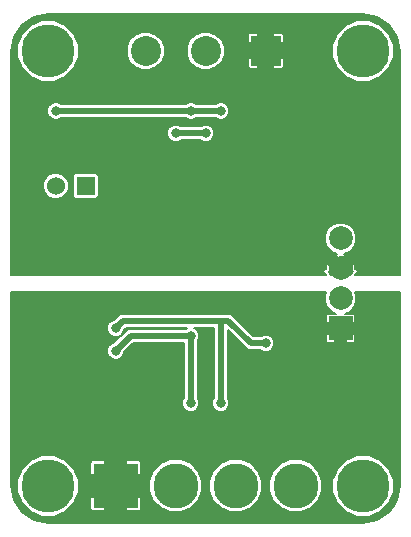
<source format=gbl>
G04 (created by PCBNEW (2013-may-18)-stable) date Tue 02 Jun 2015 12:26:30 PM CEST*
%MOIN*%
G04 Gerber Fmt 3.4, Leading zero omitted, Abs format*
%FSLAX34Y34*%
G01*
G70*
G90*
G04 APERTURE LIST*
%ADD10C,0.00590551*%
%ADD11R,0.06X0.06*%
%ADD12C,0.06*%
%ADD13C,0.15*%
%ADD14R,0.15X0.15*%
%ADD15R,0.1X0.1*%
%ADD16C,0.1*%
%ADD17C,0.177165*%
%ADD18R,0.0787402X0.0787402*%
%ADD19C,0.0787402*%
%ADD20C,0.0314961*%
%ADD21C,0.019685*%
%ADD22C,0.00669291*%
G04 APERTURE END LIST*
G54D10*
G54D11*
X12000Y-17500D03*
G54D12*
X11000Y-17500D03*
G54D13*
X15000Y-27500D03*
X17000Y-27500D03*
G54D14*
X13000Y-27500D03*
G54D13*
X19000Y-27500D03*
G54D15*
X18000Y-13000D03*
G54D16*
X16000Y-13000D03*
X14000Y-13000D03*
G54D17*
X21250Y-27500D03*
X10750Y-27500D03*
X21250Y-13000D03*
X10750Y-13000D03*
G54D18*
X20500Y-22250D03*
G54D19*
X20500Y-21250D03*
X20500Y-20250D03*
X20500Y-19250D03*
G54D20*
X11000Y-15000D03*
X15500Y-15000D03*
X16500Y-15000D03*
X16000Y-15750D03*
X15000Y-15750D03*
X18000Y-22750D03*
X13000Y-22250D03*
X16500Y-24750D03*
X13000Y-23000D03*
X15500Y-22500D03*
X15500Y-24750D03*
G54D21*
X15500Y-15000D02*
X11000Y-15000D01*
X16500Y-15000D02*
X15500Y-15000D01*
X15000Y-15750D02*
X16000Y-15750D01*
X16750Y-22000D02*
X17500Y-22750D01*
X16500Y-22000D02*
X16750Y-22000D01*
X18000Y-22750D02*
X17500Y-22750D01*
X13250Y-22000D02*
X16500Y-22000D01*
X13000Y-22250D02*
X13250Y-22000D01*
X16500Y-22000D02*
X16500Y-24750D01*
X13500Y-22500D02*
X13000Y-23000D01*
X15500Y-22500D02*
X13500Y-22500D01*
X15500Y-22500D02*
X15500Y-24750D01*
X15500Y-24750D02*
X15500Y-24750D01*
G54D10*
G36*
X22492Y-20466D02*
X22269Y-20466D01*
X22269Y-12798D01*
X22114Y-12423D01*
X21828Y-12136D01*
X21453Y-11980D01*
X21048Y-11980D01*
X20673Y-12135D01*
X20386Y-12421D01*
X20230Y-12796D01*
X20230Y-13201D01*
X20385Y-13576D01*
X20671Y-13863D01*
X21046Y-14019D01*
X21451Y-14019D01*
X21826Y-13864D01*
X22113Y-13578D01*
X22269Y-13203D01*
X22269Y-12798D01*
X22269Y-20466D01*
X21027Y-20466D01*
X20996Y-20466D01*
X20994Y-20466D01*
X20996Y-20464D01*
X21027Y-20434D01*
X21110Y-20351D01*
X21027Y-20267D01*
X21027Y-19145D01*
X20947Y-18951D01*
X20799Y-18803D01*
X20605Y-18722D01*
X20395Y-18722D01*
X20201Y-18802D01*
X20053Y-18950D01*
X19972Y-19144D01*
X19972Y-19354D01*
X20052Y-19548D01*
X20200Y-19696D01*
X20374Y-19768D01*
X20330Y-19802D01*
X20500Y-19971D01*
X20669Y-19802D01*
X20625Y-19768D01*
X20798Y-19697D01*
X20946Y-19549D01*
X21027Y-19355D01*
X21027Y-19145D01*
X21027Y-20267D01*
X21015Y-20255D01*
X20996Y-20273D01*
X20993Y-20277D01*
X20996Y-20166D01*
X20990Y-20136D01*
X20947Y-20080D01*
X20778Y-20250D01*
X20899Y-20371D01*
X20804Y-20466D01*
X20221Y-20466D01*
X20195Y-20466D01*
X20100Y-20371D01*
X20221Y-20250D01*
X20052Y-20080D01*
X20009Y-20136D01*
X20004Y-20275D01*
X19984Y-20255D01*
X19889Y-20351D01*
X20005Y-20466D01*
X18600Y-20466D01*
X18600Y-13480D01*
X18600Y-12519D01*
X18600Y-12479D01*
X18585Y-12443D01*
X18556Y-12414D01*
X18519Y-12399D01*
X18275Y-12399D01*
X18250Y-12424D01*
X18250Y-12750D01*
X18575Y-12750D01*
X18600Y-12724D01*
X18600Y-12519D01*
X18600Y-13480D01*
X18600Y-13275D01*
X18575Y-13250D01*
X18250Y-13250D01*
X18250Y-13575D01*
X18275Y-13600D01*
X18519Y-13600D01*
X18556Y-13585D01*
X18585Y-13556D01*
X18600Y-13520D01*
X18600Y-13480D01*
X18600Y-20466D01*
X17750Y-20466D01*
X17750Y-13575D01*
X17750Y-13250D01*
X17750Y-12750D01*
X17750Y-12424D01*
X17724Y-12399D01*
X17480Y-12399D01*
X17443Y-12414D01*
X17414Y-12443D01*
X17399Y-12479D01*
X17399Y-12519D01*
X17399Y-12724D01*
X17424Y-12750D01*
X17750Y-12750D01*
X17750Y-13250D01*
X17424Y-13250D01*
X17399Y-13275D01*
X17399Y-13480D01*
X17399Y-13520D01*
X17414Y-13556D01*
X17443Y-13585D01*
X17480Y-13600D01*
X17724Y-13600D01*
X17750Y-13575D01*
X17750Y-20466D01*
X16790Y-20466D01*
X16790Y-14942D01*
X16746Y-14835D01*
X16665Y-14753D01*
X16633Y-14740D01*
X16633Y-12874D01*
X16537Y-12641D01*
X16359Y-12463D01*
X16126Y-12366D01*
X15874Y-12366D01*
X15641Y-12462D01*
X15463Y-12640D01*
X15366Y-12873D01*
X15366Y-13125D01*
X15462Y-13358D01*
X15640Y-13536D01*
X15873Y-13633D01*
X16125Y-13633D01*
X16358Y-13537D01*
X16536Y-13359D01*
X16633Y-13126D01*
X16633Y-12874D01*
X16633Y-14740D01*
X16558Y-14709D01*
X16442Y-14709D01*
X16335Y-14753D01*
X16320Y-14768D01*
X15679Y-14768D01*
X15665Y-14753D01*
X15558Y-14709D01*
X15442Y-14709D01*
X15335Y-14753D01*
X15320Y-14768D01*
X14633Y-14768D01*
X14633Y-12874D01*
X14537Y-12641D01*
X14359Y-12463D01*
X14126Y-12366D01*
X13874Y-12366D01*
X13641Y-12462D01*
X13463Y-12640D01*
X13366Y-12873D01*
X13366Y-13125D01*
X13462Y-13358D01*
X13640Y-13536D01*
X13873Y-13633D01*
X14125Y-13633D01*
X14358Y-13537D01*
X14536Y-13359D01*
X14633Y-13126D01*
X14633Y-12874D01*
X14633Y-14768D01*
X11769Y-14768D01*
X11769Y-12798D01*
X11614Y-12423D01*
X11328Y-12136D01*
X10953Y-11980D01*
X10548Y-11980D01*
X10173Y-12135D01*
X9886Y-12421D01*
X9730Y-12796D01*
X9730Y-13201D01*
X9885Y-13576D01*
X10171Y-13863D01*
X10546Y-14019D01*
X10951Y-14019D01*
X11326Y-13864D01*
X11613Y-13578D01*
X11769Y-13203D01*
X11769Y-12798D01*
X11769Y-14768D01*
X11179Y-14768D01*
X11165Y-14753D01*
X11058Y-14709D01*
X10942Y-14709D01*
X10835Y-14753D01*
X10753Y-14834D01*
X10709Y-14941D01*
X10709Y-15057D01*
X10753Y-15164D01*
X10834Y-15246D01*
X10941Y-15290D01*
X11057Y-15290D01*
X11164Y-15246D01*
X11179Y-15231D01*
X15320Y-15231D01*
X15334Y-15246D01*
X15441Y-15290D01*
X15557Y-15290D01*
X15664Y-15246D01*
X15679Y-15231D01*
X16320Y-15231D01*
X16334Y-15246D01*
X16441Y-15290D01*
X16557Y-15290D01*
X16664Y-15246D01*
X16746Y-15165D01*
X16790Y-15058D01*
X16790Y-14942D01*
X16790Y-20466D01*
X16290Y-20466D01*
X16290Y-15692D01*
X16246Y-15585D01*
X16165Y-15503D01*
X16058Y-15459D01*
X15942Y-15459D01*
X15835Y-15503D01*
X15820Y-15518D01*
X15179Y-15518D01*
X15165Y-15503D01*
X15058Y-15459D01*
X14942Y-15459D01*
X14835Y-15503D01*
X14753Y-15584D01*
X14709Y-15691D01*
X14709Y-15807D01*
X14753Y-15914D01*
X14834Y-15996D01*
X14941Y-16040D01*
X15057Y-16040D01*
X15164Y-15996D01*
X15179Y-15981D01*
X15820Y-15981D01*
X15834Y-15996D01*
X15941Y-16040D01*
X16057Y-16040D01*
X16164Y-15996D01*
X16246Y-15915D01*
X16290Y-15808D01*
X16290Y-15692D01*
X16290Y-20466D01*
X12433Y-20466D01*
X12433Y-17773D01*
X12433Y-17173D01*
X12413Y-17124D01*
X12375Y-17086D01*
X12326Y-17066D01*
X12273Y-17066D01*
X11673Y-17066D01*
X11624Y-17086D01*
X11586Y-17124D01*
X11566Y-17173D01*
X11566Y-17226D01*
X11566Y-17826D01*
X11586Y-17875D01*
X11624Y-17913D01*
X11673Y-17933D01*
X11726Y-17933D01*
X12326Y-17933D01*
X12375Y-17913D01*
X12413Y-17875D01*
X12433Y-17826D01*
X12433Y-17773D01*
X12433Y-20466D01*
X11433Y-20466D01*
X11433Y-17414D01*
X11367Y-17254D01*
X11245Y-17132D01*
X11086Y-17066D01*
X10914Y-17066D01*
X10754Y-17132D01*
X10632Y-17254D01*
X10566Y-17413D01*
X10566Y-17585D01*
X10632Y-17745D01*
X10754Y-17867D01*
X10913Y-17933D01*
X11085Y-17933D01*
X11245Y-17867D01*
X11367Y-17745D01*
X11433Y-17586D01*
X11433Y-17414D01*
X11433Y-20466D01*
X9507Y-20466D01*
X9507Y-13025D01*
X9606Y-12527D01*
X9874Y-12126D01*
X10277Y-11856D01*
X10777Y-11757D01*
X21224Y-11757D01*
X21722Y-11856D01*
X22123Y-12124D01*
X22393Y-12527D01*
X22492Y-13027D01*
X22492Y-20466D01*
X22492Y-20466D01*
G37*
G54D22*
X22492Y-20466D02*
X22269Y-20466D01*
X22269Y-12798D01*
X22114Y-12423D01*
X21828Y-12136D01*
X21453Y-11980D01*
X21048Y-11980D01*
X20673Y-12135D01*
X20386Y-12421D01*
X20230Y-12796D01*
X20230Y-13201D01*
X20385Y-13576D01*
X20671Y-13863D01*
X21046Y-14019D01*
X21451Y-14019D01*
X21826Y-13864D01*
X22113Y-13578D01*
X22269Y-13203D01*
X22269Y-12798D01*
X22269Y-20466D01*
X21027Y-20466D01*
X20996Y-20466D01*
X20994Y-20466D01*
X20996Y-20464D01*
X21027Y-20434D01*
X21110Y-20351D01*
X21027Y-20267D01*
X21027Y-19145D01*
X20947Y-18951D01*
X20799Y-18803D01*
X20605Y-18722D01*
X20395Y-18722D01*
X20201Y-18802D01*
X20053Y-18950D01*
X19972Y-19144D01*
X19972Y-19354D01*
X20052Y-19548D01*
X20200Y-19696D01*
X20374Y-19768D01*
X20330Y-19802D01*
X20500Y-19971D01*
X20669Y-19802D01*
X20625Y-19768D01*
X20798Y-19697D01*
X20946Y-19549D01*
X21027Y-19355D01*
X21027Y-19145D01*
X21027Y-20267D01*
X21015Y-20255D01*
X20996Y-20273D01*
X20993Y-20277D01*
X20996Y-20166D01*
X20990Y-20136D01*
X20947Y-20080D01*
X20778Y-20250D01*
X20899Y-20371D01*
X20804Y-20466D01*
X20221Y-20466D01*
X20195Y-20466D01*
X20100Y-20371D01*
X20221Y-20250D01*
X20052Y-20080D01*
X20009Y-20136D01*
X20004Y-20275D01*
X19984Y-20255D01*
X19889Y-20351D01*
X20005Y-20466D01*
X18600Y-20466D01*
X18600Y-13480D01*
X18600Y-12519D01*
X18600Y-12479D01*
X18585Y-12443D01*
X18556Y-12414D01*
X18519Y-12399D01*
X18275Y-12399D01*
X18250Y-12424D01*
X18250Y-12750D01*
X18575Y-12750D01*
X18600Y-12724D01*
X18600Y-12519D01*
X18600Y-13480D01*
X18600Y-13275D01*
X18575Y-13250D01*
X18250Y-13250D01*
X18250Y-13575D01*
X18275Y-13600D01*
X18519Y-13600D01*
X18556Y-13585D01*
X18585Y-13556D01*
X18600Y-13520D01*
X18600Y-13480D01*
X18600Y-20466D01*
X17750Y-20466D01*
X17750Y-13575D01*
X17750Y-13250D01*
X17750Y-12750D01*
X17750Y-12424D01*
X17724Y-12399D01*
X17480Y-12399D01*
X17443Y-12414D01*
X17414Y-12443D01*
X17399Y-12479D01*
X17399Y-12519D01*
X17399Y-12724D01*
X17424Y-12750D01*
X17750Y-12750D01*
X17750Y-13250D01*
X17424Y-13250D01*
X17399Y-13275D01*
X17399Y-13480D01*
X17399Y-13520D01*
X17414Y-13556D01*
X17443Y-13585D01*
X17480Y-13600D01*
X17724Y-13600D01*
X17750Y-13575D01*
X17750Y-20466D01*
X16790Y-20466D01*
X16790Y-14942D01*
X16746Y-14835D01*
X16665Y-14753D01*
X16633Y-14740D01*
X16633Y-12874D01*
X16537Y-12641D01*
X16359Y-12463D01*
X16126Y-12366D01*
X15874Y-12366D01*
X15641Y-12462D01*
X15463Y-12640D01*
X15366Y-12873D01*
X15366Y-13125D01*
X15462Y-13358D01*
X15640Y-13536D01*
X15873Y-13633D01*
X16125Y-13633D01*
X16358Y-13537D01*
X16536Y-13359D01*
X16633Y-13126D01*
X16633Y-12874D01*
X16633Y-14740D01*
X16558Y-14709D01*
X16442Y-14709D01*
X16335Y-14753D01*
X16320Y-14768D01*
X15679Y-14768D01*
X15665Y-14753D01*
X15558Y-14709D01*
X15442Y-14709D01*
X15335Y-14753D01*
X15320Y-14768D01*
X14633Y-14768D01*
X14633Y-12874D01*
X14537Y-12641D01*
X14359Y-12463D01*
X14126Y-12366D01*
X13874Y-12366D01*
X13641Y-12462D01*
X13463Y-12640D01*
X13366Y-12873D01*
X13366Y-13125D01*
X13462Y-13358D01*
X13640Y-13536D01*
X13873Y-13633D01*
X14125Y-13633D01*
X14358Y-13537D01*
X14536Y-13359D01*
X14633Y-13126D01*
X14633Y-12874D01*
X14633Y-14768D01*
X11769Y-14768D01*
X11769Y-12798D01*
X11614Y-12423D01*
X11328Y-12136D01*
X10953Y-11980D01*
X10548Y-11980D01*
X10173Y-12135D01*
X9886Y-12421D01*
X9730Y-12796D01*
X9730Y-13201D01*
X9885Y-13576D01*
X10171Y-13863D01*
X10546Y-14019D01*
X10951Y-14019D01*
X11326Y-13864D01*
X11613Y-13578D01*
X11769Y-13203D01*
X11769Y-12798D01*
X11769Y-14768D01*
X11179Y-14768D01*
X11165Y-14753D01*
X11058Y-14709D01*
X10942Y-14709D01*
X10835Y-14753D01*
X10753Y-14834D01*
X10709Y-14941D01*
X10709Y-15057D01*
X10753Y-15164D01*
X10834Y-15246D01*
X10941Y-15290D01*
X11057Y-15290D01*
X11164Y-15246D01*
X11179Y-15231D01*
X15320Y-15231D01*
X15334Y-15246D01*
X15441Y-15290D01*
X15557Y-15290D01*
X15664Y-15246D01*
X15679Y-15231D01*
X16320Y-15231D01*
X16334Y-15246D01*
X16441Y-15290D01*
X16557Y-15290D01*
X16664Y-15246D01*
X16746Y-15165D01*
X16790Y-15058D01*
X16790Y-14942D01*
X16790Y-20466D01*
X16290Y-20466D01*
X16290Y-15692D01*
X16246Y-15585D01*
X16165Y-15503D01*
X16058Y-15459D01*
X15942Y-15459D01*
X15835Y-15503D01*
X15820Y-15518D01*
X15179Y-15518D01*
X15165Y-15503D01*
X15058Y-15459D01*
X14942Y-15459D01*
X14835Y-15503D01*
X14753Y-15584D01*
X14709Y-15691D01*
X14709Y-15807D01*
X14753Y-15914D01*
X14834Y-15996D01*
X14941Y-16040D01*
X15057Y-16040D01*
X15164Y-15996D01*
X15179Y-15981D01*
X15820Y-15981D01*
X15834Y-15996D01*
X15941Y-16040D01*
X16057Y-16040D01*
X16164Y-15996D01*
X16246Y-15915D01*
X16290Y-15808D01*
X16290Y-15692D01*
X16290Y-20466D01*
X12433Y-20466D01*
X12433Y-17773D01*
X12433Y-17173D01*
X12413Y-17124D01*
X12375Y-17086D01*
X12326Y-17066D01*
X12273Y-17066D01*
X11673Y-17066D01*
X11624Y-17086D01*
X11586Y-17124D01*
X11566Y-17173D01*
X11566Y-17226D01*
X11566Y-17826D01*
X11586Y-17875D01*
X11624Y-17913D01*
X11673Y-17933D01*
X11726Y-17933D01*
X12326Y-17933D01*
X12375Y-17913D01*
X12413Y-17875D01*
X12433Y-17826D01*
X12433Y-17773D01*
X12433Y-20466D01*
X11433Y-20466D01*
X11433Y-17414D01*
X11367Y-17254D01*
X11245Y-17132D01*
X11086Y-17066D01*
X10914Y-17066D01*
X10754Y-17132D01*
X10632Y-17254D01*
X10566Y-17413D01*
X10566Y-17585D01*
X10632Y-17745D01*
X10754Y-17867D01*
X10913Y-17933D01*
X11085Y-17933D01*
X11245Y-17867D01*
X11367Y-17745D01*
X11433Y-17586D01*
X11433Y-17414D01*
X11433Y-20466D01*
X9507Y-20466D01*
X9507Y-13025D01*
X9606Y-12527D01*
X9874Y-12126D01*
X10277Y-11856D01*
X10777Y-11757D01*
X21224Y-11757D01*
X21722Y-11856D01*
X22123Y-12124D01*
X22393Y-12527D01*
X22492Y-13027D01*
X22492Y-20466D01*
G54D10*
G36*
X22492Y-27472D02*
X22393Y-27972D01*
X22269Y-28157D01*
X22269Y-27298D01*
X22114Y-26923D01*
X21828Y-26636D01*
X21453Y-26480D01*
X21048Y-26480D01*
X20994Y-26502D01*
X20994Y-22663D01*
X20994Y-22471D01*
X20968Y-22446D01*
X20696Y-22446D01*
X20696Y-22718D01*
X20721Y-22744D01*
X20873Y-22744D01*
X20913Y-22744D01*
X20950Y-22728D01*
X20978Y-22700D01*
X20994Y-22663D01*
X20994Y-26502D01*
X20673Y-26635D01*
X20386Y-26921D01*
X20303Y-27122D01*
X20303Y-22718D01*
X20303Y-22446D01*
X20031Y-22446D01*
X20005Y-22471D01*
X20005Y-22663D01*
X20021Y-22700D01*
X20049Y-22728D01*
X20086Y-22744D01*
X20126Y-22744D01*
X20278Y-22744D01*
X20303Y-22718D01*
X20303Y-27122D01*
X20230Y-27296D01*
X20230Y-27701D01*
X20385Y-28076D01*
X20671Y-28363D01*
X21046Y-28519D01*
X21451Y-28519D01*
X21826Y-28364D01*
X22113Y-28078D01*
X22269Y-27703D01*
X22269Y-27298D01*
X22269Y-28157D01*
X22123Y-28375D01*
X21722Y-28643D01*
X21224Y-28742D01*
X19883Y-28742D01*
X19883Y-27325D01*
X19749Y-27000D01*
X19501Y-26751D01*
X19176Y-26616D01*
X18825Y-26616D01*
X18500Y-26750D01*
X18290Y-26959D01*
X18290Y-22692D01*
X18246Y-22585D01*
X18165Y-22503D01*
X18058Y-22459D01*
X17942Y-22459D01*
X17835Y-22503D01*
X17820Y-22518D01*
X17596Y-22518D01*
X16913Y-21836D01*
X16838Y-21785D01*
X16750Y-21768D01*
X16500Y-21768D01*
X13250Y-21768D01*
X13161Y-21785D01*
X13086Y-21836D01*
X13086Y-21836D01*
X12963Y-21959D01*
X12942Y-21959D01*
X12835Y-22003D01*
X12753Y-22084D01*
X12709Y-22191D01*
X12709Y-22307D01*
X12753Y-22414D01*
X12834Y-22496D01*
X12941Y-22540D01*
X13057Y-22540D01*
X13164Y-22496D01*
X13246Y-22415D01*
X13290Y-22308D01*
X13290Y-22287D01*
X13346Y-22231D01*
X15386Y-22231D01*
X15335Y-22253D01*
X15320Y-22268D01*
X13500Y-22268D01*
X13411Y-22285D01*
X13336Y-22336D01*
X12963Y-22709D01*
X12942Y-22709D01*
X12835Y-22753D01*
X12753Y-22834D01*
X12709Y-22941D01*
X12709Y-23057D01*
X12753Y-23164D01*
X12834Y-23246D01*
X12941Y-23290D01*
X13057Y-23290D01*
X13164Y-23246D01*
X13246Y-23165D01*
X13290Y-23058D01*
X13290Y-23037D01*
X13596Y-22731D01*
X15268Y-22731D01*
X15268Y-24570D01*
X15253Y-24584D01*
X15209Y-24691D01*
X15209Y-24807D01*
X15253Y-24914D01*
X15334Y-24996D01*
X15441Y-25040D01*
X15557Y-25040D01*
X15664Y-24996D01*
X15746Y-24915D01*
X15790Y-24808D01*
X15790Y-24692D01*
X15746Y-24585D01*
X15731Y-24570D01*
X15731Y-22679D01*
X15746Y-22665D01*
X15790Y-22558D01*
X15790Y-22442D01*
X15746Y-22335D01*
X15665Y-22253D01*
X15612Y-22231D01*
X16268Y-22231D01*
X16268Y-24570D01*
X16253Y-24584D01*
X16209Y-24691D01*
X16209Y-24807D01*
X16253Y-24914D01*
X16334Y-24996D01*
X16441Y-25040D01*
X16557Y-25040D01*
X16664Y-24996D01*
X16746Y-24915D01*
X16790Y-24808D01*
X16790Y-24692D01*
X16746Y-24585D01*
X16731Y-24570D01*
X16731Y-22309D01*
X17336Y-22913D01*
X17336Y-22913D01*
X17411Y-22964D01*
X17499Y-22981D01*
X17499Y-22981D01*
X17500Y-22981D01*
X17820Y-22981D01*
X17834Y-22996D01*
X17941Y-23040D01*
X18057Y-23040D01*
X18164Y-22996D01*
X18246Y-22915D01*
X18290Y-22808D01*
X18290Y-22692D01*
X18290Y-26959D01*
X18251Y-26998D01*
X18116Y-27323D01*
X18116Y-27674D01*
X18250Y-27999D01*
X18498Y-28248D01*
X18823Y-28383D01*
X19174Y-28383D01*
X19499Y-28249D01*
X19748Y-28001D01*
X19883Y-27676D01*
X19883Y-27325D01*
X19883Y-28742D01*
X17883Y-28742D01*
X17883Y-27325D01*
X17749Y-27000D01*
X17501Y-26751D01*
X17176Y-26616D01*
X16825Y-26616D01*
X16500Y-26750D01*
X16251Y-26998D01*
X16116Y-27323D01*
X16116Y-27674D01*
X16250Y-27999D01*
X16498Y-28248D01*
X16823Y-28383D01*
X17174Y-28383D01*
X17499Y-28249D01*
X17748Y-28001D01*
X17883Y-27676D01*
X17883Y-27325D01*
X17883Y-28742D01*
X15883Y-28742D01*
X15883Y-27325D01*
X15749Y-27000D01*
X15501Y-26751D01*
X15176Y-26616D01*
X14825Y-26616D01*
X14500Y-26750D01*
X14251Y-26998D01*
X14116Y-27323D01*
X14116Y-27674D01*
X14250Y-27999D01*
X14498Y-28248D01*
X14823Y-28383D01*
X15174Y-28383D01*
X15499Y-28249D01*
X15748Y-28001D01*
X15883Y-27676D01*
X15883Y-27325D01*
X15883Y-28742D01*
X13850Y-28742D01*
X13850Y-28230D01*
X13850Y-26769D01*
X13850Y-26729D01*
X13835Y-26693D01*
X13806Y-26664D01*
X13769Y-26649D01*
X13385Y-26649D01*
X13360Y-26674D01*
X13360Y-27139D01*
X13825Y-27139D01*
X13850Y-27114D01*
X13850Y-26769D01*
X13850Y-28230D01*
X13850Y-27885D01*
X13825Y-27860D01*
X13360Y-27860D01*
X13360Y-28325D01*
X13385Y-28350D01*
X13769Y-28350D01*
X13806Y-28335D01*
X13835Y-28306D01*
X13850Y-28270D01*
X13850Y-28230D01*
X13850Y-28742D01*
X12639Y-28742D01*
X12639Y-28325D01*
X12639Y-27860D01*
X12639Y-27139D01*
X12639Y-26674D01*
X12614Y-26649D01*
X12230Y-26649D01*
X12193Y-26664D01*
X12164Y-26693D01*
X12149Y-26729D01*
X12149Y-26769D01*
X12149Y-27114D01*
X12174Y-27139D01*
X12639Y-27139D01*
X12639Y-27860D01*
X12174Y-27860D01*
X12149Y-27885D01*
X12149Y-28230D01*
X12149Y-28270D01*
X12164Y-28306D01*
X12193Y-28335D01*
X12230Y-28350D01*
X12614Y-28350D01*
X12639Y-28325D01*
X12639Y-28742D01*
X11769Y-28742D01*
X11769Y-27298D01*
X11614Y-26923D01*
X11328Y-26636D01*
X10953Y-26480D01*
X10548Y-26480D01*
X10173Y-26635D01*
X9886Y-26921D01*
X9730Y-27296D01*
X9730Y-27701D01*
X9885Y-28076D01*
X10171Y-28363D01*
X10546Y-28519D01*
X10951Y-28519D01*
X11326Y-28364D01*
X11613Y-28078D01*
X11769Y-27703D01*
X11769Y-27298D01*
X11769Y-28742D01*
X10777Y-28742D01*
X10277Y-28643D01*
X9874Y-28373D01*
X9606Y-27972D01*
X9507Y-27474D01*
X9507Y-21033D01*
X20019Y-21033D01*
X19972Y-21144D01*
X19972Y-21354D01*
X20052Y-21548D01*
X20200Y-21696D01*
X20343Y-21755D01*
X20278Y-21755D01*
X20126Y-21755D01*
X20086Y-21755D01*
X20049Y-21771D01*
X20021Y-21799D01*
X20005Y-21836D01*
X20005Y-22028D01*
X20031Y-22053D01*
X20303Y-22053D01*
X20303Y-21881D01*
X20696Y-21881D01*
X20696Y-22053D01*
X20968Y-22053D01*
X20994Y-22028D01*
X20994Y-21836D01*
X20978Y-21799D01*
X20950Y-21771D01*
X20913Y-21755D01*
X20873Y-21755D01*
X20721Y-21755D01*
X20656Y-21755D01*
X20798Y-21697D01*
X20946Y-21549D01*
X21027Y-21355D01*
X21027Y-21145D01*
X20980Y-21033D01*
X22492Y-21033D01*
X22492Y-27472D01*
X22492Y-27472D01*
G37*
G54D22*
X22492Y-27472D02*
X22393Y-27972D01*
X22269Y-28157D01*
X22269Y-27298D01*
X22114Y-26923D01*
X21828Y-26636D01*
X21453Y-26480D01*
X21048Y-26480D01*
X20994Y-26502D01*
X20994Y-22663D01*
X20994Y-22471D01*
X20968Y-22446D01*
X20696Y-22446D01*
X20696Y-22718D01*
X20721Y-22744D01*
X20873Y-22744D01*
X20913Y-22744D01*
X20950Y-22728D01*
X20978Y-22700D01*
X20994Y-22663D01*
X20994Y-26502D01*
X20673Y-26635D01*
X20386Y-26921D01*
X20303Y-27122D01*
X20303Y-22718D01*
X20303Y-22446D01*
X20031Y-22446D01*
X20005Y-22471D01*
X20005Y-22663D01*
X20021Y-22700D01*
X20049Y-22728D01*
X20086Y-22744D01*
X20126Y-22744D01*
X20278Y-22744D01*
X20303Y-22718D01*
X20303Y-27122D01*
X20230Y-27296D01*
X20230Y-27701D01*
X20385Y-28076D01*
X20671Y-28363D01*
X21046Y-28519D01*
X21451Y-28519D01*
X21826Y-28364D01*
X22113Y-28078D01*
X22269Y-27703D01*
X22269Y-27298D01*
X22269Y-28157D01*
X22123Y-28375D01*
X21722Y-28643D01*
X21224Y-28742D01*
X19883Y-28742D01*
X19883Y-27325D01*
X19749Y-27000D01*
X19501Y-26751D01*
X19176Y-26616D01*
X18825Y-26616D01*
X18500Y-26750D01*
X18290Y-26959D01*
X18290Y-22692D01*
X18246Y-22585D01*
X18165Y-22503D01*
X18058Y-22459D01*
X17942Y-22459D01*
X17835Y-22503D01*
X17820Y-22518D01*
X17596Y-22518D01*
X16913Y-21836D01*
X16838Y-21785D01*
X16750Y-21768D01*
X16500Y-21768D01*
X13250Y-21768D01*
X13161Y-21785D01*
X13086Y-21836D01*
X13086Y-21836D01*
X12963Y-21959D01*
X12942Y-21959D01*
X12835Y-22003D01*
X12753Y-22084D01*
X12709Y-22191D01*
X12709Y-22307D01*
X12753Y-22414D01*
X12834Y-22496D01*
X12941Y-22540D01*
X13057Y-22540D01*
X13164Y-22496D01*
X13246Y-22415D01*
X13290Y-22308D01*
X13290Y-22287D01*
X13346Y-22231D01*
X15386Y-22231D01*
X15335Y-22253D01*
X15320Y-22268D01*
X13500Y-22268D01*
X13411Y-22285D01*
X13336Y-22336D01*
X12963Y-22709D01*
X12942Y-22709D01*
X12835Y-22753D01*
X12753Y-22834D01*
X12709Y-22941D01*
X12709Y-23057D01*
X12753Y-23164D01*
X12834Y-23246D01*
X12941Y-23290D01*
X13057Y-23290D01*
X13164Y-23246D01*
X13246Y-23165D01*
X13290Y-23058D01*
X13290Y-23037D01*
X13596Y-22731D01*
X15268Y-22731D01*
X15268Y-24570D01*
X15253Y-24584D01*
X15209Y-24691D01*
X15209Y-24807D01*
X15253Y-24914D01*
X15334Y-24996D01*
X15441Y-25040D01*
X15557Y-25040D01*
X15664Y-24996D01*
X15746Y-24915D01*
X15790Y-24808D01*
X15790Y-24692D01*
X15746Y-24585D01*
X15731Y-24570D01*
X15731Y-22679D01*
X15746Y-22665D01*
X15790Y-22558D01*
X15790Y-22442D01*
X15746Y-22335D01*
X15665Y-22253D01*
X15612Y-22231D01*
X16268Y-22231D01*
X16268Y-24570D01*
X16253Y-24584D01*
X16209Y-24691D01*
X16209Y-24807D01*
X16253Y-24914D01*
X16334Y-24996D01*
X16441Y-25040D01*
X16557Y-25040D01*
X16664Y-24996D01*
X16746Y-24915D01*
X16790Y-24808D01*
X16790Y-24692D01*
X16746Y-24585D01*
X16731Y-24570D01*
X16731Y-22309D01*
X17336Y-22913D01*
X17336Y-22913D01*
X17411Y-22964D01*
X17499Y-22981D01*
X17499Y-22981D01*
X17500Y-22981D01*
X17820Y-22981D01*
X17834Y-22996D01*
X17941Y-23040D01*
X18057Y-23040D01*
X18164Y-22996D01*
X18246Y-22915D01*
X18290Y-22808D01*
X18290Y-22692D01*
X18290Y-26959D01*
X18251Y-26998D01*
X18116Y-27323D01*
X18116Y-27674D01*
X18250Y-27999D01*
X18498Y-28248D01*
X18823Y-28383D01*
X19174Y-28383D01*
X19499Y-28249D01*
X19748Y-28001D01*
X19883Y-27676D01*
X19883Y-27325D01*
X19883Y-28742D01*
X17883Y-28742D01*
X17883Y-27325D01*
X17749Y-27000D01*
X17501Y-26751D01*
X17176Y-26616D01*
X16825Y-26616D01*
X16500Y-26750D01*
X16251Y-26998D01*
X16116Y-27323D01*
X16116Y-27674D01*
X16250Y-27999D01*
X16498Y-28248D01*
X16823Y-28383D01*
X17174Y-28383D01*
X17499Y-28249D01*
X17748Y-28001D01*
X17883Y-27676D01*
X17883Y-27325D01*
X17883Y-28742D01*
X15883Y-28742D01*
X15883Y-27325D01*
X15749Y-27000D01*
X15501Y-26751D01*
X15176Y-26616D01*
X14825Y-26616D01*
X14500Y-26750D01*
X14251Y-26998D01*
X14116Y-27323D01*
X14116Y-27674D01*
X14250Y-27999D01*
X14498Y-28248D01*
X14823Y-28383D01*
X15174Y-28383D01*
X15499Y-28249D01*
X15748Y-28001D01*
X15883Y-27676D01*
X15883Y-27325D01*
X15883Y-28742D01*
X13850Y-28742D01*
X13850Y-28230D01*
X13850Y-26769D01*
X13850Y-26729D01*
X13835Y-26693D01*
X13806Y-26664D01*
X13769Y-26649D01*
X13385Y-26649D01*
X13360Y-26674D01*
X13360Y-27139D01*
X13825Y-27139D01*
X13850Y-27114D01*
X13850Y-26769D01*
X13850Y-28230D01*
X13850Y-27885D01*
X13825Y-27860D01*
X13360Y-27860D01*
X13360Y-28325D01*
X13385Y-28350D01*
X13769Y-28350D01*
X13806Y-28335D01*
X13835Y-28306D01*
X13850Y-28270D01*
X13850Y-28230D01*
X13850Y-28742D01*
X12639Y-28742D01*
X12639Y-28325D01*
X12639Y-27860D01*
X12639Y-27139D01*
X12639Y-26674D01*
X12614Y-26649D01*
X12230Y-26649D01*
X12193Y-26664D01*
X12164Y-26693D01*
X12149Y-26729D01*
X12149Y-26769D01*
X12149Y-27114D01*
X12174Y-27139D01*
X12639Y-27139D01*
X12639Y-27860D01*
X12174Y-27860D01*
X12149Y-27885D01*
X12149Y-28230D01*
X12149Y-28270D01*
X12164Y-28306D01*
X12193Y-28335D01*
X12230Y-28350D01*
X12614Y-28350D01*
X12639Y-28325D01*
X12639Y-28742D01*
X11769Y-28742D01*
X11769Y-27298D01*
X11614Y-26923D01*
X11328Y-26636D01*
X10953Y-26480D01*
X10548Y-26480D01*
X10173Y-26635D01*
X9886Y-26921D01*
X9730Y-27296D01*
X9730Y-27701D01*
X9885Y-28076D01*
X10171Y-28363D01*
X10546Y-28519D01*
X10951Y-28519D01*
X11326Y-28364D01*
X11613Y-28078D01*
X11769Y-27703D01*
X11769Y-27298D01*
X11769Y-28742D01*
X10777Y-28742D01*
X10277Y-28643D01*
X9874Y-28373D01*
X9606Y-27972D01*
X9507Y-27474D01*
X9507Y-21033D01*
X20019Y-21033D01*
X19972Y-21144D01*
X19972Y-21354D01*
X20052Y-21548D01*
X20200Y-21696D01*
X20343Y-21755D01*
X20278Y-21755D01*
X20126Y-21755D01*
X20086Y-21755D01*
X20049Y-21771D01*
X20021Y-21799D01*
X20005Y-21836D01*
X20005Y-22028D01*
X20031Y-22053D01*
X20303Y-22053D01*
X20303Y-21881D01*
X20696Y-21881D01*
X20696Y-22053D01*
X20968Y-22053D01*
X20994Y-22028D01*
X20994Y-21836D01*
X20978Y-21799D01*
X20950Y-21771D01*
X20913Y-21755D01*
X20873Y-21755D01*
X20721Y-21755D01*
X20656Y-21755D01*
X20798Y-21697D01*
X20946Y-21549D01*
X21027Y-21355D01*
X21027Y-21145D01*
X20980Y-21033D01*
X22492Y-21033D01*
X22492Y-27472D01*
M02*

</source>
